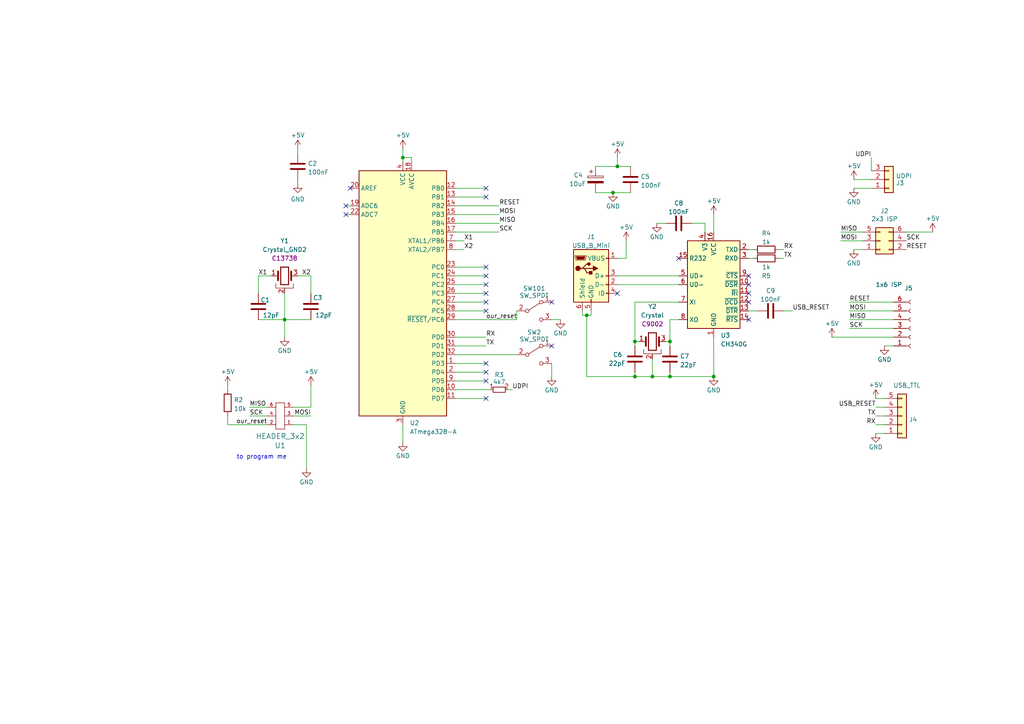
<source format=kicad_sch>
(kicad_sch (version 20230121) (generator eeschema)
  (paper "A4")
  (lib_symbols
    (symbol "Connector:Conn_01x06_Socket" (pin_names (offset 1.016) hide)
      (property "Reference" "J" (at 0 7.62 0))
      (property "Value" "Conn_01x06_Socket" (at 0 -10.16 0))
      (symbol "Conn_01x06_Socket_1_1"
        (arc (start 0 -7.112) (mid -0.5058 -7.62) (end 0 -8.128) (stroke (width 0.1524)))
        (arc (start 0 -4.572) (mid -0.5058 -5.08) (end 0 -5.588) (stroke (width 0.1524)))
        (arc (start 0 -2.032) (mid -0.5058 -2.54) (end 0 -3.048) (stroke (width 0.1524)))
        (polyline (pts (xy -1.27 -7.62) (xy -0.508 -7.62)) (stroke (width 0.1524)))
        (polyline (pts (xy -1.27 -5.08) (xy -0.508 -5.08)) (stroke (width 0.1524)))
        (polyline (pts (xy -1.27 -2.54) (xy -0.508 -2.54)) (stroke (width 0.1524)))
        (polyline (pts (xy -1.27 0) (xy -0.508 0)) (stroke (width 0.1524)))
        (polyline (pts (xy -1.27 2.54) (xy -0.508 2.54)) (stroke (width 0.1524)))
        (polyline (pts (xy -1.27 5.08) (xy -0.508 5.08)) (stroke (width 0.1524)))
        (arc (start 0 0.508) (mid -0.5058 0) (end 0 -0.508) (stroke (width 0.1524)))
        (arc (start 0 3.048) (mid -0.5058 2.54) (end 0 2.032) (stroke (width 0.1524)))
        (arc (start 0 5.588) (mid -0.5058 5.08) (end 0 4.572) (stroke (width 0.1524)))
        (pin passive line (at -5.08 5.08 0) (length 3.81) (name "Pin_1") (number "1"))
        (pin passive line (at -5.08 2.54 0) (length 3.81) (name "Pin_2") (number "2"))
        (pin passive line (at -5.08 0 0) (length 3.81) (name "Pin_3") (number "3"))
        (pin passive line (at -5.08 -2.54 0) (length 3.81) (name "Pin_4") (number "4"))
        (pin passive line (at -5.08 -5.08 0) (length 3.81) (name "Pin_5") (number "5"))
        (pin passive line (at -5.08 -7.62 0) (length 3.81) (name "Pin_6") (number "6"))
      )
    )
    (symbol "Connector:USB_B_Mini" (pin_names (offset 1.016))
      (property "Reference" "J" (at -5.08 11.43 0))
      (property "Value" "USB_B_Mini" (at -5.08 8.89 0))
      (symbol "USB_B_Mini_0_1"
        (rectangle (start -5.08 -7.62) (end 5.08 7.62) (stroke (width 0.254)) (fill (type background)))
        (circle (center -3.81 2.159) (radius 0.635) (stroke (width 0.254)) (fill (type outline)))
        (circle (center -0.635 3.429) (radius 0.381) (stroke (width 0.254)) (fill (type outline)))
        (rectangle (start -0.127 -7.62) (end 0.127 -6.858))
        (polyline (pts (xy -1.905 2.159) (xy 0.635 2.159)) (stroke (width 0.254)))
        (polyline (pts (xy -3.175 2.159) (xy -2.54 2.159) (xy -1.27 3.429) (xy -0.635 3.429)) (stroke (width 0.254)))
        (polyline (pts (xy -2.54 2.159) (xy -1.905 2.159) (xy -1.27 0.889) (xy 0 0.889)) (stroke (width 0.254)))
        (polyline (pts (xy 0.635 2.794) (xy 0.635 1.524) (xy 1.905 2.159) (xy 0.635 2.794)) (stroke (width 0.254)) (fill (type outline)))
        (polyline (pts (xy -4.318 5.588) (xy -1.778 5.588) (xy -2.032 4.826) (xy -4.064 4.826) (xy -4.318 5.588)) (fill (type outline)))
        (polyline (pts (xy -4.699 5.842) (xy -4.699 5.588) (xy -4.445 4.826) (xy -4.445 4.572) (xy -1.651 4.572) (xy -1.651 4.826) (xy -1.397 5.588) (xy -1.397 5.842) (xy -4.699 5.842)))
        (rectangle (start 0.254 1.27) (end -0.508 0.508) (stroke (width 0.254)) (fill (type outline)))
        (rectangle (start 5.08 -5.207) (end 4.318 -4.953))
        (rectangle (start 5.08 -2.667) (end 4.318 -2.413))
        (rectangle (start 5.08 -0.127) (end 4.318 0.127))
        (rectangle (start 5.08 4.953) (end 4.318 5.207))
      )
      (symbol "USB_B_Mini_1_1"
        (pin power_out line (at 7.62 5.08 180) (length 2.54) (name "VBUS") (number "1"))
        (pin bidirectional line (at 7.62 -2.54 180) (length 2.54) (name "D-") (number "2"))
        (pin bidirectional line (at 7.62 0 180) (length 2.54) (name "D+") (number "3"))
        (pin passive line (at 7.62 -5.08 180) (length 2.54) (name "ID") (number "4"))
        (pin power_out line (at 0 -10.16 90) (length 2.54) (name "GND") (number "5"))
        (pin passive line (at -2.54 -10.16 90) (length 2.54) (name "Shield") (number "6"))
      )
    )
    (symbol "Connector_Generic:Conn_01x03" (pin_names (offset 1.016) hide)
      (property "Reference" "J" (at 0 5.08 0))
      (property "Value" "Conn_01x03" (at 0 -5.08 0))
      (symbol "Conn_01x03_1_1"
        (rectangle (start -1.27 -2.413) (end 0 -2.667) (stroke (width 0.1524)))
        (rectangle (start -1.27 0.127) (end 0 -0.127) (stroke (width 0.1524)))
        (rectangle (start -1.27 2.667) (end 0 2.413) (stroke (width 0.1524)))
        (rectangle (start -1.27 3.81) (end 1.27 -3.81) (stroke (width 0.254)) (fill (type background)))
        (pin passive line (at -5.08 2.54 0) (length 3.81) (name "Pin_1") (number "1"))
        (pin passive line (at -5.08 0 0) (length 3.81) (name "Pin_2") (number "2"))
        (pin passive line (at -5.08 -2.54 0) (length 3.81) (name "Pin_3") (number "3"))
      )
    )
    (symbol "Connector_Generic:Conn_01x05" (pin_names (offset 1.016) hide)
      (property "Reference" "J" (at 0 7.62 0))
      (property "Value" "Conn_01x05" (at 0 -7.62 0))
      (symbol "Conn_01x05_1_1"
        (rectangle (start -1.27 -4.953) (end 0 -5.207) (stroke (width 0.1524)))
        (rectangle (start -1.27 -2.413) (end 0 -2.667) (stroke (width 0.1524)))
        (rectangle (start -1.27 0.127) (end 0 -0.127) (stroke (width 0.1524)))
        (rectangle (start -1.27 2.667) (end 0 2.413) (stroke (width 0.1524)))
        (rectangle (start -1.27 5.207) (end 0 4.953) (stroke (width 0.1524)))
        (rectangle (start -1.27 6.35) (end 1.27 -6.35) (stroke (width 0.254)) (fill (type background)))
        (pin passive line (at -5.08 5.08 0) (length 3.81) (name "Pin_1") (number "1"))
        (pin passive line (at -5.08 2.54 0) (length 3.81) (name "Pin_2") (number "2"))
        (pin passive line (at -5.08 0 0) (length 3.81) (name "Pin_3") (number "3"))
        (pin passive line (at -5.08 -2.54 0) (length 3.81) (name "Pin_4") (number "4"))
        (pin passive line (at -5.08 -5.08 0) (length 3.81) (name "Pin_5") (number "5"))
      )
    )
    (symbol "Connector_Generic:Conn_02x03_Odd_Even" (pin_names (offset 1.016) hide)
      (property "Reference" "J" (at 1.27 5.08 0))
      (property "Value" "Conn_02x03_Odd_Even" (at 1.27 -5.08 0))
      (symbol "Conn_02x03_Odd_Even_1_1"
        (rectangle (start -1.27 -2.413) (end 0 -2.667) (stroke (width 0.1524)))
        (rectangle (start -1.27 0.127) (end 0 -0.127) (stroke (width 0.1524)))
        (rectangle (start -1.27 2.667) (end 0 2.413) (stroke (width 0.1524)))
        (rectangle (start -1.27 3.81) (end 3.81 -3.81) (stroke (width 0.254)) (fill (type background)))
        (rectangle (start 3.81 -2.413) (end 2.54 -2.667) (stroke (width 0.1524)))
        (rectangle (start 3.81 0.127) (end 2.54 -0.127) (stroke (width 0.1524)))
        (rectangle (start 3.81 2.667) (end 2.54 2.413) (stroke (width 0.1524)))
        (pin passive line (at -5.08 2.54 0) (length 3.81) (name "Pin_1") (number "1"))
        (pin passive line (at 7.62 2.54 180) (length 3.81) (name "Pin_2") (number "2"))
        (pin passive line (at -5.08 0 0) (length 3.81) (name "Pin_3") (number "3"))
        (pin passive line (at 7.62 0 180) (length 3.81) (name "Pin_4") (number "4"))
        (pin passive line (at -5.08 -2.54 0) (length 3.81) (name "Pin_5") (number "5"))
        (pin passive line (at 7.62 -2.54 180) (length 3.81) (name "Pin_6") (number "6"))
      )
    )
    (symbol "Device:C" (pin_numbers hide) (pin_names (offset 0.254))
      (property "Reference" "C" (at 0.635 2.54 0))
      (property "Value" "C" (at 0.635 -2.54 0))
      (symbol "C_0_1"
        (polyline (pts (xy -2.032 -0.762) (xy 2.032 -0.762)) (stroke (width 0.508)))
        (polyline (pts (xy -2.032 0.762) (xy 2.032 0.762)) (stroke (width 0.508)))
      )
      (symbol "C_1_1"
        (pin passive line (at 0 3.81 270) (length 2.794) (name "~") (number "1"))
        (pin passive line (at 0 -3.81 90) (length 2.794) (name "~") (number "2"))
      )
    )
    (symbol "Device:C_Polarized" (pin_numbers hide) (pin_names (offset 0.254))
      (property "Reference" "C" (at 0.635 2.54 0))
      (property "Value" "C_Polarized" (at 0.635 -2.54 0))
      (symbol "C_Polarized_0_1"
        (rectangle (start -2.286 0.508) (end 2.286 1.016))
        (polyline (pts (xy -1.778 2.286) (xy -0.762 2.286)))
        (polyline (pts (xy -1.27 2.794) (xy -1.27 1.778)))
        (rectangle (start 2.286 -0.508) (end -2.286 -1.016) (fill (type outline)))
      )
      (symbol "C_Polarized_1_1"
        (pin passive line (at 0 3.81 270) (length 2.794) (name "~") (number "1"))
        (pin passive line (at 0 -3.81 90) (length 2.794) (name "~") (number "2"))
      )
    )
    (symbol "Device:R" (pin_numbers hide) (pin_names (offset 0))
      (property "Reference" "R" (at 2.032 0 90))
      (property "Value" "R" (at 0 0 90))
      (symbol "R_0_1"
        (rectangle (start -1.016 -2.54) (end 1.016 2.54) (stroke (width 0.254)))
      )
      (symbol "R_1_1"
        (pin passive line (at 0 3.81 270) (length 1.27) (name "~") (number "1"))
        (pin passive line (at 0 -3.81 90) (length 1.27) (name "~") (number "2"))
      )
    )
    (symbol "GND_1" (power) (pin_names (offset 0))
      (property "Value" "GND_1" (at 0 -3.81 0))
      (symbol "GND_1_0_1"
        (polyline (pts (xy 0 0) (xy 0 -1.27) (xy 1.27 -1.27) (xy 0 -2.54) (xy -1.27 -1.27) (xy 0 -1.27)))
      )
      (symbol "GND_1_1_1"
        (pin power_in line (at 0 0 270) (length 0) hide (name "GND") (number "1"))
      )
    )
    (symbol "GND_2" (power) (pin_names (offset 0))
      (property "Value" "GND_2" (at 0 -3.81 0))
      (symbol "GND_2_0_1"
        (polyline (pts (xy 0 0) (xy 0 -1.27) (xy 1.27 -1.27) (xy 0 -2.54) (xy -1.27 -1.27) (xy 0 -1.27)))
      )
      (symbol "GND_2_1_1"
        (pin power_in line (at 0 0 270) (length 0) hide (name "GND") (number "1"))
      )
    )
    (symbol "Interface_USB:CH340G"
      (property "Reference" "U" (at -5.08 13.97 0))
      (property "Value" "CH340G" (at 1.27 13.97 0))
      (symbol "CH340G_0_1"
        (rectangle (start -7.62 12.7) (end 7.62 -12.7) (stroke (width 0.254)) (fill (type background)))
      )
      (symbol "CH340G_1_1"
        (pin power_in line (at 0 -15.24 90) (length 2.54) (name "GND") (number "1"))
        (pin input line (at 10.16 0 180) (length 2.54) (name "~{DSR}") (number "10"))
        (pin input line (at 10.16 -2.54 180) (length 2.54) (name "~{RI}") (number "11"))
        (pin input line (at 10.16 -5.08 180) (length 2.54) (name "~{DCD}") (number "12"))
        (pin output line (at 10.16 -7.62 180) (length 2.54) (name "~{DTR}") (number "13"))
        (pin output line (at 10.16 -10.16 180) (length 2.54) (name "~{RTS}") (number "14"))
        (pin input line (at -10.16 7.62 0) (length 2.54) (name "R232") (number "15"))
        (pin power_in line (at 0 15.24 270) (length 2.54) (name "VCC") (number "16"))
        (pin output line (at 10.16 10.16 180) (length 2.54) (name "TXD") (number "2"))
        (pin input line (at 10.16 7.62 180) (length 2.54) (name "RXD") (number "3"))
        (pin passive line (at -2.54 15.24 270) (length 2.54) (name "V3") (number "4"))
        (pin bidirectional line (at -10.16 2.54 0) (length 2.54) (name "UD+") (number "5"))
        (pin bidirectional line (at -10.16 0 0) (length 2.54) (name "UD-") (number "6"))
        (pin input line (at -10.16 -5.08 0) (length 2.54) (name "XI") (number "7"))
        (pin output line (at -10.16 -10.16 0) (length 2.54) (name "XO") (number "8"))
        (pin input line (at 10.16 2.54 180) (length 2.54) (name "~{CTS}") (number "9"))
      )
    )
    (symbol "MCU_Microchip_ATmega:ATmega328-A"
      (property "Reference" "U" (at -12.7 36.83 0))
      (property "Value" "ATmega328-A" (at 2.54 -36.83 0))
      (symbol "ATmega328-A_0_1"
        (rectangle (start -12.7 -35.56) (end 12.7 35.56) (stroke (width 0.254)) (fill (type background)))
      )
      (symbol "ATmega328-A_1_1"
        (pin bidirectional line (at 15.24 -20.32 180) (length 2.54) (name "PD3") (number "1"))
        (pin bidirectional line (at 15.24 -27.94 180) (length 2.54) (name "PD6") (number "10"))
        (pin bidirectional line (at 15.24 -30.48 180) (length 2.54) (name "PD7") (number "11"))
        (pin bidirectional line (at 15.24 30.48 180) (length 2.54) (name "PB0") (number "12"))
        (pin bidirectional line (at 15.24 27.94 180) (length 2.54) (name "PB1") (number "13"))
        (pin bidirectional line (at 15.24 25.4 180) (length 2.54) (name "PB2") (number "14"))
        (pin bidirectional line (at 15.24 22.86 180) (length 2.54) (name "PB3") (number "15"))
        (pin bidirectional line (at 15.24 20.32 180) (length 2.54) (name "PB4") (number "16"))
        (pin bidirectional line (at 15.24 17.78 180) (length 2.54) (name "PB5") (number "17"))
        (pin power_in line (at 2.54 38.1 270) (length 2.54) (name "AVCC") (number "18"))
        (pin input line (at -15.24 25.4 0) (length 2.54) (name "ADC6") (number "19"))
        (pin bidirectional line (at 15.24 -22.86 180) (length 2.54) (name "PD4") (number "2"))
        (pin passive line (at -15.24 30.48 0) (length 2.54) (name "AREF") (number "20"))
        (pin passive line (at 0 -38.1 90) (length 2.54) hide (name "GND") (number "21"))
        (pin input line (at -15.24 22.86 0) (length 2.54) (name "ADC7") (number "22"))
        (pin bidirectional line (at 15.24 7.62 180) (length 2.54) (name "PC0") (number "23"))
        (pin bidirectional line (at 15.24 5.08 180) (length 2.54) (name "PC1") (number "24"))
        (pin bidirectional line (at 15.24 2.54 180) (length 2.54) (name "PC2") (number "25"))
        (pin bidirectional line (at 15.24 0 180) (length 2.54) (name "PC3") (number "26"))
        (pin bidirectional line (at 15.24 -2.54 180) (length 2.54) (name "PC4") (number "27"))
        (pin bidirectional line (at 15.24 -5.08 180) (length 2.54) (name "PC5") (number "28"))
        (pin bidirectional line (at 15.24 -7.62 180) (length 2.54) (name "~{RESET}/PC6") (number "29"))
        (pin power_in line (at 0 -38.1 90) (length 2.54) (name "GND") (number "3"))
        (pin bidirectional line (at 15.24 -12.7 180) (length 2.54) (name "PD0") (number "30"))
        (pin bidirectional line (at 15.24 -15.24 180) (length 2.54) (name "PD1") (number "31"))
        (pin bidirectional line (at 15.24 -17.78 180) (length 2.54) (name "PD2") (number "32"))
        (pin power_in line (at 0 38.1 270) (length 2.54) (name "VCC") (number "4"))
        (pin passive line (at 0 -38.1 90) (length 2.54) hide (name "GND") (number "5"))
        (pin passive line (at 0 38.1 270) (length 2.54) hide (name "VCC") (number "6"))
        (pin bidirectional line (at 15.24 15.24 180) (length 2.54) (name "XTAL1/PB6") (number "7"))
        (pin bidirectional line (at 15.24 12.7 180) (length 2.54) (name "XTAL2/PB7") (number "8"))
        (pin bidirectional line (at 15.24 -25.4 180) (length 2.54) (name "PD5") (number "9"))
      )
    )
    (symbol "Switch:SW_SPDT" (pin_names (offset 0) hide)
      (property "Reference" "SW" (at 0 4.318 0))
      (property "Value" "SW_SPDT" (at 0 -5.08 0))
      (symbol "SW_SPDT_0_0"
        (circle (center -2.032 0) (radius 0.508))
        (circle (center 2.032 -2.54) (radius 0.508))
      )
      (symbol "SW_SPDT_0_1"
        (polyline (pts (xy -1.524 0.254) (xy 1.651 2.286)))
        (circle (center 2.032 2.54) (radius 0.508))
      )
      (symbol "SW_SPDT_1_1"
        (pin passive line (at 5.08 2.54 180) (length 2.54) (name "A") (number "1"))
        (pin passive line (at -5.08 0 0) (length 2.54) (name "B") (number "2"))
        (pin passive line (at 5.08 -2.54 180) (length 2.54) (name "C") (number "3"))
      )
    )
    (symbol "custom_kicad_lib_sk:crystal_arduino" (pin_names (offset 1.016) hide)
      (property "Reference" "Y" (at 0 5.715 0))
      (property "Value" "Crystal_GND2" (at 0 3.81 0))
      (property "JLCPCB Part#" "C13738" (at 0 0 0))
      (symbol "crystal_arduino_0_1"
        (rectangle (start -1.143 2.54) (end 1.143 -2.54) (stroke (width 0.3048)))
        (polyline (pts (xy -2.54 0) (xy -1.905 0)))
        (polyline (pts (xy -1.905 -1.27) (xy -1.905 1.27)) (stroke (width 0.508)))
        (polyline (pts (xy 0 -3.81) (xy 0 -3.556)))
        (polyline (pts (xy 1.905 0) (xy 2.54 0)))
        (polyline (pts (xy 1.905 1.27) (xy 1.905 -1.27)) (stroke (width 0.508)))
        (polyline (pts (xy -2.54 -2.286) (xy -2.54 -3.556) (xy 2.54 -3.556) (xy 2.54 -2.286)))
      )
      (symbol "crystal_arduino_1_1"
        (pin passive line (at -3.81 0 0) (length 1.27) (name "1") (number "1"))
        (pin passive line (at 0 -5.08 90) (length 1.27) (name "GND") (number "2"))
        (pin passive line (at 3.81 0 180) (length 1.27) (name "3") (number "3"))
        (pin passive line (at 0 -5.08 90) (length 1.27) hide (name "GND") (number "4"))
      )
    )
    (symbol "power:+5V" (power) (pin_names (offset 0))
      (property "Value" "+5V" (at 0 3.556 0))
      (symbol "+5V_0_1"
        (polyline (pts (xy -0.762 1.27) (xy 0 2.54)))
        (polyline (pts (xy 0 0) (xy 0 2.54)))
        (polyline (pts (xy 0 2.54) (xy 0.762 1.27)))
      )
      (symbol "+5V_1_1"
        (pin power_in line (at 0 0 90) (length 0) hide (name "+5V") (number "1"))
      )
    )
    (symbol "power:GND" (power) (pin_names (offset 0))
      (property "Value" "GND" (at 0 -3.81 0))
      (symbol "GND_0_1"
        (polyline (pts (xy 0 0) (xy 0 -1.27) (xy 1.27 -1.27) (xy 0 -2.54) (xy -1.27 -1.27) (xy 0 -1.27)))
      )
      (symbol "GND_1_1"
        (pin power_in line (at 0 0 270) (length 0) hide (name "GND") (number "1"))
      )
    )
    (symbol "resistors_0805:R_4k7_0805"
      (property "Reference" "R" (at 1.27 2.54 0))
      (property "Value" "4k7" (at 2.54 -2.54 0))
      (symbol "R_4k7_0805_0_1"
        (rectangle (start -0.762 1.778) (end 0.762 -1.778) (stroke (width 0.2032)))
      )
      (symbol "R_4k7_0805_1_1"
        (pin passive line (at 0 2.54 270) (length 0.762) (name "~") (number "1"))
        (pin passive line (at 0 -2.54 90) (length 0.762) (name "~") (number "2"))
      )
    )
    (symbol "servoDriverSMD-rescue:HEADER_3x2-w_connectors" (pin_names (offset 0))
      (property "Reference" "J" (at 0 5.08 0))
      (property "Value" "HEADER_3x2-w_connectors" (at 0 -5.08 0))
      (symbol "HEADER_3x2-w_connectors_0_1"
        (rectangle (start 1.27 3.81) (end -1.27 -3.81))
      )
      (symbol "HEADER_3x2-w_connectors_1_1"
        (pin passive line (at -3.81 2.54 0) (length 2.54) (name "~") (number "1"))
        (pin passive line (at 3.81 2.54 180) (length 2.54) (name "~") (number "2"))
        (pin passive line (at -3.81 0 0) (length 2.54) (name "~") (number "3"))
        (pin passive line (at 3.81 0 180) (length 2.54) (name "~") (number "4"))
        (pin passive line (at -3.81 -2.54 0) (length 2.54) (name "~") (number "5"))
        (pin passive line (at 3.81 -2.54 180) (length 2.54) (name "~") (number "6"))
      )
    )
  )
  (junction (at 194.31 109.22))
  (junction (at 194.31 99.06))
  (junction (at 177.8 55.88))
  (junction (at 184.15 99.06))
  (junction (at 116.84 45.72))
  (junction (at 189.23 109.22))
  (junction (at 207.01 109.22))
  (junction (at 184.15 109.22))
  (junction (at 82.55 92.71))
  (junction (at 170.18 91.44))
  (junction (at 179.07 48.26))
  (no_connect (at 217.17 87.63))
  (no_connect (at 140.97 80.01))
  (no_connect (at 101.6 54.61))
  (no_connect (at 100.33 59.69))
  (no_connect (at 140.97 87.63))
  (no_connect (at 160.02 100.33))
  (no_connect (at 140.97 110.49))
  (no_connect (at 217.17 85.09))
  (no_connect (at 140.97 107.95))
  (no_connect (at 140.97 57.15))
  (no_connect (at 196.85 74.93))
  (no_connect (at 217.17 80.01))
  (no_connect (at 140.97 77.47))
  (no_connect (at 140.97 90.17))
  (no_connect (at 140.97 105.41))
  (no_connect (at 179.07 85.09))
  (no_connect (at 140.97 82.55))
  (no_connect (at 217.17 92.71))
  (no_connect (at 140.97 54.61))
  (no_connect (at 160.02 87.63))
  (no_connect (at 140.97 115.57))
  (no_connect (at 100.33 62.23))
  (no_connect (at 217.17 82.55))
  (no_connect (at 140.97 85.09))
  (wire (pts (xy 185.42 99.06) (xy 184.15 99.06)))
  (wire (pts (xy 259.08 95.25) (xy 246.38 95.25)))
  (wire (pts (xy 132.08 107.95) (xy 140.97 107.95)))
  (wire (pts (xy 86.36 43.18) (xy 86.36 44.45)))
  (wire (pts (xy 256.54 120.65) (xy 254 120.65)))
  (wire (pts (xy 132.08 90.17) (xy 140.97 90.17)))
  (wire (pts (xy 250.19 69.85) (xy 243.84 69.85)))
  (wire (pts (xy 132.08 115.57) (xy 140.97 115.57)))
  (wire (pts (xy 116.84 123.19) (xy 116.84 128.27)))
  (wire (pts (xy 72.39 118.11) (xy 77.47 118.11)))
  (wire (pts (xy 132.08 54.61) (xy 140.97 54.61)))
  (wire (pts (xy 119.38 45.72) (xy 116.84 45.72)))
  (wire (pts (xy 179.07 48.26) (xy 182.88 48.26)))
  (wire (pts (xy 132.08 97.79) (xy 140.97 97.79)))
  (wire (pts (xy 132.08 57.15) (xy 140.97 57.15)))
  (wire (pts (xy 90.17 80.01) (xy 90.17 85.09)))
  (wire (pts (xy 259.08 92.71) (xy 246.38 92.71)))
  (wire (pts (xy 194.31 100.33) (xy 194.31 99.06)))
  (wire (pts (xy 256.54 125.73) (xy 254 125.73)))
  (wire (pts (xy 179.07 82.55) (xy 196.85 82.55)))
  (wire (pts (xy 172.72 55.88) (xy 177.8 55.88)))
  (wire (pts (xy 227.33 90.17) (xy 229.87 90.17)))
  (wire (pts (xy 184.15 107.95) (xy 184.15 109.22)))
  (wire (pts (xy 194.31 107.95) (xy 194.31 109.22)))
  (wire (pts (xy 132.08 113.03) (xy 142.24 113.03)))
  (wire (pts (xy 256.54 115.57) (xy 254 115.57)))
  (wire (pts (xy 132.08 80.01) (xy 140.97 80.01)))
  (wire (pts (xy 132.08 102.87) (xy 149.86 102.87)))
  (wire (pts (xy 85.09 118.11) (xy 90.17 118.11)))
  (wire (pts (xy 132.08 105.41) (xy 140.97 105.41)))
  (wire (pts (xy 149.86 92.71) (xy 149.86 90.17)))
  (wire (pts (xy 196.85 87.63) (xy 184.15 87.63)))
  (wire (pts (xy 259.08 100.33) (xy 256.54 100.33)))
  (wire (pts (xy 256.54 123.19) (xy 254 123.19)))
  (wire (pts (xy 177.8 55.88) (xy 182.88 55.88)))
  (wire (pts (xy 270.51 67.31) (xy 262.89 67.31)))
  (wire (pts (xy 181.61 69.85) (xy 181.61 74.93)))
  (wire (pts (xy 252.73 45.72) (xy 252.73 49.53)))
  (wire (pts (xy 184.15 99.06) (xy 184.15 100.33)))
  (wire (pts (xy 207.01 62.23) (xy 207.01 67.31)))
  (wire (pts (xy 179.07 80.01) (xy 196.85 80.01)))
  (wire (pts (xy 119.38 46.99) (xy 119.38 45.72)))
  (wire (pts (xy 132.08 69.85) (xy 134.62 69.85)))
  (wire (pts (xy 217.17 90.17) (xy 219.71 90.17)))
  (wire (pts (xy 194.31 99.06) (xy 193.04 99.06)))
  (wire (pts (xy 168.91 91.44) (xy 170.18 91.44)))
  (wire (pts (xy 132.08 100.33) (xy 140.97 100.33)))
  (wire (pts (xy 170.18 109.22) (xy 184.15 109.22)))
  (wire (pts (xy 66.04 123.19) (xy 77.47 123.19)))
  (wire (pts (xy 132.08 62.23) (xy 144.78 62.23)))
  (wire (pts (xy 74.93 80.01) (xy 74.93 85.09)))
  (wire (pts (xy 189.23 109.22) (xy 194.31 109.22)))
  (wire (pts (xy 194.31 99.06) (xy 194.31 92.71)))
  (wire (pts (xy 181.61 74.93) (xy 179.07 74.93)))
  (wire (pts (xy 204.47 64.77) (xy 200.66 64.77)))
  (wire (pts (xy 86.36 52.07) (xy 86.36 53.34)))
  (wire (pts (xy 227.33 74.93) (xy 226.06 74.93)))
  (wire (pts (xy 82.55 92.71) (xy 90.17 92.71)))
  (wire (pts (xy 207.01 97.79) (xy 207.01 109.22)))
  (wire (pts (xy 132.08 87.63) (xy 140.97 87.63)))
  (wire (pts (xy 100.33 59.69) (xy 101.6 59.69)))
  (wire (pts (xy 184.15 109.22) (xy 189.23 109.22)))
  (wire (pts (xy 82.55 85.09) (xy 82.55 92.71)))
  (wire (pts (xy 88.9 123.19) (xy 85.09 123.19)))
  (wire (pts (xy 204.47 67.31) (xy 204.47 64.77)))
  (wire (pts (xy 116.84 45.72) (xy 116.84 46.99)))
  (wire (pts (xy 259.08 90.17) (xy 246.38 90.17)))
  (wire (pts (xy 74.93 92.71) (xy 82.55 92.71)))
  (wire (pts (xy 132.08 85.09) (xy 140.97 85.09)))
  (wire (pts (xy 160.02 92.71) (xy 162.56 92.71)))
  (wire (pts (xy 170.18 91.44) (xy 171.45 91.44)))
  (wire (pts (xy 259.08 97.79) (xy 241.3 97.79)))
  (wire (pts (xy 227.33 72.39) (xy 226.06 72.39)))
  (wire (pts (xy 194.31 92.71) (xy 196.85 92.71)))
  (wire (pts (xy 100.33 62.23) (xy 101.6 62.23)))
  (wire (pts (xy 189.23 104.14) (xy 189.23 109.22)))
  (wire (pts (xy 82.55 92.71) (xy 82.55 97.79)))
  (wire (pts (xy 170.18 91.44) (xy 170.18 109.22)))
  (wire (pts (xy 88.9 123.19) (xy 88.9 135.89)))
  (wire (pts (xy 132.08 67.31) (xy 144.78 67.31)))
  (wire (pts (xy 160.02 105.41) (xy 160.02 109.22)))
  (wire (pts (xy 147.32 113.03) (xy 148.59 113.03)))
  (wire (pts (xy 218.44 72.39) (xy 217.17 72.39)))
  (wire (pts (xy 78.74 80.01) (xy 74.93 80.01)))
  (wire (pts (xy 132.08 72.39) (xy 134.62 72.39)))
  (wire (pts (xy 256.54 118.11) (xy 254 118.11)))
  (wire (pts (xy 184.15 87.63) (xy 184.15 99.06)))
  (wire (pts (xy 132.08 77.47) (xy 140.97 77.47)))
  (wire (pts (xy 86.36 80.01) (xy 90.17 80.01)))
  (wire (pts (xy 250.19 72.39) (xy 247.65 72.39)))
  (wire (pts (xy 247.65 54.61) (xy 252.73 54.61)))
  (wire (pts (xy 218.44 74.93) (xy 217.17 74.93)))
  (wire (pts (xy 66.04 120.65) (xy 66.04 123.19)))
  (wire (pts (xy 77.47 120.65) (xy 72.39 120.65)))
  (wire (pts (xy 259.08 87.63) (xy 246.38 87.63)))
  (wire (pts (xy 171.45 90.17) (xy 171.45 91.44)))
  (wire (pts (xy 190.5 64.77) (xy 193.04 64.77)))
  (wire (pts (xy 250.19 67.31) (xy 243.84 67.31)))
  (wire (pts (xy 132.08 59.69) (xy 144.78 59.69)))
  (wire (pts (xy 116.84 43.18) (xy 116.84 45.72)))
  (wire (pts (xy 247.65 52.07) (xy 252.73 52.07)))
  (wire (pts (xy 179.07 45.72) (xy 179.07 48.26)))
  (wire (pts (xy 90.17 118.11) (xy 90.17 111.76)))
  (wire (pts (xy 172.72 48.26) (xy 179.07 48.26)))
  (wire (pts (xy 132.08 110.49) (xy 140.97 110.49)))
  (wire (pts (xy 132.08 82.55) (xy 140.97 82.55)))
  (wire (pts (xy 132.08 92.71) (xy 149.86 92.71)))
  (wire (pts (xy 132.08 64.77) (xy 144.78 64.77)))
  (wire (pts (xy 85.09 120.65) (xy 90.17 120.65)))
  (wire (pts (xy 66.04 111.76) (xy 66.04 113.03)))
  (wire (pts (xy 194.31 109.22) (xy 207.01 109.22)))
  (wire (pts (xy 168.91 90.17) (xy 168.91 91.44)))
  (text "to program me" (at 68.58 133.35 0) (effects (font (size 1.27 1.27)) (justify left bottom)))
  (label "X1" (at 134.62 69.85 0))
  (label "RESET" (at 144.78 59.69 0))
  (label "MOSI" (at 144.78 62.23 0))
  (label "UDPI" (at 148.59 113.03 0))
  (label "X2" (at 90.17 80.01 180))
  (label "USB_RESET" (at 254 118.11 180))
  (label "our_reset" (at 140.97 92.71 0))
  (label "RX" (at 254 123.19 180))
  (label "RX" (at 140.97 97.79 0))
  (label "RX" (at 227.33 72.39 0))
  (label "TX" (at 227.33 74.93 0))
  (label "MOSI" (at 246.38 90.17 0))
  (label "X2" (at 134.62 72.39 0))
  (label "MISO" (at 72.39 118.11 0))
  (label "RESET" (at 246.38 87.63 0))
  (label "SCK" (at 246.38 95.25 0))
  (label "SCK" (at 262.89 69.85 0))
  (label "USB_RESET" (at 229.87 90.17 0))
  (label "our_reset" (at 77.47 123.19 180))
  (label "SCK" (at 144.78 67.31 0))
  (label "MISO" (at 144.78 64.77 0))
  (label "TX" (at 254 120.65 180))
  (label "MOSI" (at 243.84 69.85 0))
  (label "TX" (at 140.97 100.33 0))
  (label "UDPI" (at 252.73 45.72 180))
  (label "SCK" (at 72.39 120.65 0))
  (label "X1" (at 74.93 80.01 0))
  (label "MISO" (at 246.38 92.71 0))
  (label "RESET" (at 262.89 72.39 0))
  (label "MISO" (at 243.84 67.31 0))
  (label "MOSI" (at 90.17 120.65 180))
  (symbol (lib_name "GND_1") (lib_id "power:GND") (at 88.9 135.89 0) (unit 1)
    (property "Reference" "#PWR0102" (effects hide))
    (property "Value" "GND" (at 88.9 139.835 0))
  )
  (symbol (lib_name "GND_2") (lib_id "power:GND") (at 254 125.73 0) (unit 1)
    (property "Reference" "#PWR0121" (effects hide))
    (property "Value" "GND" (at 254 129.675 0))
  )
  (symbol (lib_id "Connector:USB_B_Mini") (at 171.45 80.01 0) (unit 1)
    (property "Reference" "J1" (at 171.45 68.6902 0))
    (property "Value" "USB_B_Mini" (at 171.45 71.2271 0))
    (property "Footprint" "Connector_USB:USB_Mini-B_Lumberg_2486_01_Horizontal" (effects hide))
    (property "JLCPCB Part#" "C2681563" (effects hide))
  )
  (symbol (lib_id "power:+5V") (at 270.51 67.31 0) (mirror y) (unit 1)
    (property "Reference" "#PWR0119" (effects hide))
    (property "Value" "+5V" (at 270.51 63.365 0))
  )
  (symbol (lib_id "Interface_USB:CH340G") (at 207.01 82.55 0) (unit 1)
    (property "Reference" "U3" (at 209.0294 97.2804 0) (effects (justify left)))
    (property "Value" "CH340G" (at 209.0294 99.8173 0) (effects (justify left)))
    (property "Footprint" "Package_SO:SOIC-16_3.9x9.9mm_P1.27mm" (effects hide))
    (property "Datasheet" "http://www.datasheet5.com/pdf-local-2195953" (effects hide))
    (property "JLCPCB Part#" "C14267" (effects hide))
  )
  (symbol (lib_id "power:+5V") (at 90.17 111.76 0) (unit 1)
    (property "Reference" "#PWR0113" (effects hide))
    (property "Value" "+5V" (at 90.17 107.815 0))
  )
  (symbol (lib_id "servoDriverSMD-rescue:HEADER_3x2-w_connectors") (at 81.28 120.65 180) (unit 1)
    (property "Reference" "U1" (at 81.28 129.2098 0) (effects (font (size 1.524 1.524))))
    (property "Value" "HEADER_3x2" (at 81.28 126.5174 0) (effects (font (size 1.524 1.524))))
    (property "Footprint" "Connector_PinSocket_1.27mm:PinSocket_2x03_P1.27mm_Vertical" (effects hide))
  )
  (symbol (lib_id "Device:C") (at 90.17 88.9 180) (unit 1)
    (property "Reference" "C3" (at 90.805 86.36 0) (effects (justify right)))
    (property "Value" "12pF" (at 91.44 91.44 0) (effects (justify right)))
    (property "Footprint" "Capacitor_SMD:C_0805_2012Metric_Pad1.18x1.45mm_HandSolder" (effects hide))
    (property "JLCPCB Part#" "C1792" (effects hide))
  )
  (symbol (lib_id "MCU_Microchip_ATmega:ATmega328-A") (at 116.84 85.09 0) (unit 1)
    (property "Reference" "U2" (at 118.8594 122.6804 0) (effects (justify left)))
    (property "Value" "ATmega328-A" (at 118.8594 125.2173 0) (effects (justify left)))
    (property "Footprint" "Package_QFP:TQFP-32_7x7mm_P0.8mm" (effects hide))
    (property "Datasheet" "http://ww1.microchip.com/downloads/en/DeviceDoc/ATmega328_P%20AVR%20MCU%20with%20picoPower%20Technology%20Data%20Sheet%2040001984A.pdf" (effects hide))
    (property "JLCPCB Part#" "C14877" (effects hide))
  )
  (symbol (lib_name "GND_1") (lib_id "power:GND") (at 190.5 64.77 0) (unit 1)
    (property "Reference" "#PWR0108" (effects hide))
    (property "Value" "GND" (at 190.5 68.715 0))
  )
  (symbol (lib_id "Device:C") (at 223.52 90.17 90) (unit 1)
    (property "Reference" "C9" (at 223.52 84.3112 90))
    (property "Value" "100nF" (at 223.52 86.8481 90))
    (property "Footprint" "Capacitor_SMD:C_0603_1608Metric_Pad1.08x0.95mm_HandSolder" (effects hide))
    (property "JLCPCB Part#" "C14663" (effects hide))
  )
  (symbol (lib_id "power:+5V") (at 254 115.57 0) (unit 1)
    (property "Reference" "#PWR0120" (effects hide))
    (property "Value" "+5V" (at 254 111.625 0))
  )
  (symbol (lib_id "Connector_Generic:Conn_02x03_Odd_Even") (at 255.27 69.85 0) (mirror x) (unit 1)
    (property "Reference" "J2" (at 256.54 61.19 0))
    (property "Value" "2x3 ISP" (at 256.54 63.5 0))
    (property "Footprint" "Connector_PinSocket_2.54mm:PinSocket_2x03_P2.54mm_Vertical" (effects hide))
  )
  (symbol (lib_id "Device:C_Polarized") (at 172.72 52.07 0) (unit 1)
    (property "Reference" "C4" (at 166.37 50.8 0) (effects (justify left)))
    (property "Value" "10uF" (at 165.1 53.34 0) (effects (justify left)))
    (property "Footprint" "Resistor_SMD:R_0603_1608Metric" (effects hide))
    (property "JLCPCB Part#" "C96446" (effects hide))
  )
  (symbol (lib_name "GND_1") (lib_id "power:GND") (at 207.01 109.22 0) (unit 1)
    (property "Reference" "#PWR0107" (effects hide))
    (property "Value" "GND" (at 207.01 113.165 0))
  )
  (symbol (lib_name "GND_1") (lib_id "power:GND") (at 116.84 128.27 0) (unit 1)
    (property "Reference" "#PWR0103" (effects hide))
    (property "Value" "GND" (at 116.84 132.215 0))
  )
  (symbol (lib_id "power:+5V") (at 241.3 97.79 0) (mirror y) (unit 1)
    (property "Reference" "#PWR0124" (effects hide))
    (property "Value" "+5V" (at 241.3 93.845 0))
  )
  (symbol (lib_id "power:+5V") (at 86.36 43.18 0) (unit 1)
    (property "Reference" "#PWR0116" (effects hide))
    (property "Value" "+5V" (at 86.36 39.235 0))
  )
  (symbol (lib_id "Device:R") (at 66.04 116.84 0) (unit 1)
    (property "Reference" "R2" (at 67.818 116.0053 0) (effects (justify left)))
    (property "Value" "10k" (at 67.818 118.5422 0) (effects (justify left)))
    (property "Footprint" "Resistor_SMD:R_0402_1005Metric_Pad0.72x0.64mm_HandSolder" (effects hide))
    (property "JLCPCB Part#" "C25744" (effects hide))
  )
  (symbol (lib_name "GND_1") (lib_id "power:GND") (at 177.8 55.88 0) (unit 1)
    (property "Reference" "#PWR0109" (effects hide))
    (property "Value" "GND" (at 177.8 59.825 0))
  )
  (symbol (lib_id "power:+5V") (at 66.04 111.76 0) (unit 1)
    (property "Reference" "#PWR0114" (effects hide))
    (property "Value" "+5V" (at 66.04 107.815 0))
  )
  (symbol (lib_id "power:+5V") (at 207.01 62.23 0) (unit 1)
    (property "Reference" "#PWR0110" (effects hide))
    (property "Value" "+5V" (at 207.01 58.285 0))
  )
  (symbol (lib_id "Connector:Conn_01x06_Socket") (at 264.16 95.25 0) (mirror x) (unit 1)
    (property "Reference" "J5" (at 263.525 83.5928 0))
    (property "Value" "1x6 ISP" (at 257.81 82.55 0))
    (property "Footprint" "Connector_PinHeader_2.54mm:PinHeader_1x06_P2.54mm_Horizontal" (effects hide))
  )
  (symbol (lib_id "power:GND") (at 86.36 53.34 0) (unit 1)
    (property "Reference" "#PWR0101" (effects hide))
    (property "Value" "GND" (at 86.36 57.7834 0))
  )
  (symbol (lib_name "GND_1") (lib_id "power:GND") (at 160.02 109.22 0) (unit 1)
    (property "Reference" "#PWR0104" (effects hide))
    (property "Value" "GND" (at 160.02 113.165 0))
  )
  (symbol (lib_id "Switch:SW_SPDT") (at 154.94 90.17 0) (unit 1)
    (property "Reference" "SW101" (at 154.94 83.669 0))
    (property "Value" "SW_SPDT" (at 154.94 85.717 0))
    (property "Footprint" "Connector_PinHeader_2.54mm:PinHeader_1x03_P2.54mm_Vertical" (effects hide))
  )
  (symbol (lib_id "Device:C") (at 182.88 52.07 0) (unit 1)
    (property "Reference" "C5" (at 185.801 51.2353 0) (effects (justify left)))
    (property "Value" "100nF" (at 185.801 53.7722 0) (effects (justify left)))
    (property "Footprint" "Capacitor_SMD:C_0603_1608Metric_Pad1.08x0.95mm_HandSolder" (effects hide))
    (property "JLCPCB Part#" "C14663" (effects hide))
  )
  (symbol (lib_id "power:+5V") (at 116.84 43.18 0) (unit 1)
    (property "Reference" "#PWR0117" (effects hide))
    (property "Value" "+5V" (at 116.84 39.235 0))
  )
  (symbol (lib_name "GND_1") (lib_id "power:GND") (at 162.56 92.71 0) (unit 1)
    (property "Reference" "#PWR0106" (effects hide))
    (property "Value" "GND" (at 162.56 96.655 0))
  )
  (symbol (lib_name "GND_1") (lib_id "power:GND") (at 247.65 54.61 0) (mirror y) (unit 1)
    (property "Reference" "#PWR0125" (effects hide))
    (property "Value" "GND" (at 247.65 58.555 0))
  )
  (symbol (lib_id "Device:C") (at 86.36 48.26 180) (unit 1)
    (property "Reference" "C2" (at 89.281 47.4253 0) (effects (justify right)))
    (property "Value" "100nF" (at 89.281 49.9622 0) (effects (justify right)))
    (property "Footprint" "Capacitor_SMD:C_0603_1608Metric_Pad1.08x0.95mm_HandSolder" (effects hide))
    (property "JLCPCB Part#" "C14663" (effects hide))
  )
  (symbol (lib_id "Device:C") (at 74.93 88.9 180) (unit 1)
    (property "Reference" "C1" (at 75.565 86.995 0) (effects (justify right)))
    (property "Value" "12pF" (at 76.2 91.44 0) (effects (justify right)))
    (property "Footprint" "Capacitor_SMD:C_0805_2012Metric_Pad1.18x1.45mm_HandSolder" (effects hide))
  )
  (symbol (lib_name "GND_1") (lib_id "power:GND") (at 247.65 72.39 0) (mirror y) (unit 1)
    (property "Reference" "#PWR0118" (effects hide))
    (property "Value" "GND" (at 247.65 76.335 0))
  )
  (symbol (lib_id "Device:C") (at 184.15 104.14 0) (unit 1)
    (property "Reference" "C6" (at 177.8 102.87 0) (effects (justify left)))
    (property "Value" "22pF" (at 176.53 105.41 0) (effects (justify left)))
    (property "Footprint" "Capacitor_SMD:C_0603_1608Metric_Pad1.08x0.95mm_HandSolder" (effects hide))
    (property "JLCPCB Part#" "C1653" (effects hide))
  )
  (symbol (lib_id "Device:R") (at 222.25 74.93 270) (unit 1)
    (property "Reference" "R5" (at 222.25 80.01 90))
    (property "Value" "1k" (at 222.25 77.47 90))
    (property "Footprint" "Resistor_SMD:R_0603_1608Metric_Pad0.98x0.95mm_HandSolder" (effects hide))
    (property "JLCPCB Part#" "C21190" (effects hide))
  )
  (symbol (lib_id "Device:C") (at 196.85 64.77 90) (unit 1)
    (property "Reference" "C8" (at 196.85 58.9112 90))
    (property "Value" "100nF" (at 196.85 61.4481 90))
    (property "Footprint" "Capacitor_SMD:C_0603_1608Metric_Pad1.08x0.95mm_HandSolder" (effects hide))
    (property "JLCPCB Part#" "C14663" (effects hide))
  )
  (symbol (lib_id "Connector_Generic:Conn_01x05") (at 261.62 120.65 0) (mirror x) (unit 1)
    (property "Reference" "J4" (at 263.652 121.674 0) (effects (justify left)))
    (property "Value" "USB_TTL" (at 259.08 111.76 0) (effects (justify left)))
    (property "Footprint" "Connector_PinHeader_2.54mm:PinHeader_1x05_P2.54mm_Horizontal" (effects hide))
  )
  (symbol (lib_id "power:+5V") (at 179.07 45.72 0) (unit 1)
    (property "Reference" "#PWR0112" (effects hide))
    (property "Value" "+5V" (at 179.07 41.775 0))
  )
  (symbol (lib_id "power:+5V") (at 247.65 52.07 0) (unit 1)
    (property "Reference" "#PWR0122" (effects hide))
    (property "Value" "+5V" (at 247.65 48.125 0))
  )
  (symbol (lib_id "custom_kicad_lib_sk:crystal_arduino") (at 82.55 80.01 0) (unit 1)
    (property "Reference" "Y1" (at 82.55 69.85 0))
    (property "Value" "Crystal_GND2" (at 82.55 72.39 0))
    (property "Footprint" "custom_kicad_lib_sk:crystal_arduino" (effects hide))
    (property "JLCPCB Part#" "C13738" (at 82.55 74.93 0))
  )
  (symbol (lib_name "GND_1") (lib_id "power:GND") (at 256.54 100.33 0) (mirror y) (unit 1)
    (property "Reference" "#PWR0123" (effects hide))
    (property "Value" "GND" (at 256.54 104.275 0))
  )
  (symbol (lib_id "Switch:SW_SPDT") (at 154.94 102.87 0) (unit 1)
    (property "Reference" "SW2" (at 154.94 96.369 0))
    (property "Value" "SW_SPDT" (at 154.94 98.417 0))
    (property "Footprint" "Connector_PinHeader_2.54mm:PinHeader_1x03_P2.54mm_Vertical" (effects hide))
  )
  (symbol (lib_name "GND_1") (lib_id "power:GND") (at 82.55 97.79 0) (unit 1)
    (property "Reference" "#PWR0105" (effects hide))
    (property "Value" "GND" (at 82.55 101.735 0))
  )
  (symbol (lib_id "Connector_Generic:Conn_01x03") (at 257.81 52.07 0) (mirror x) (unit 1)
    (property "Reference" "J3" (at 259.842 53.094 0) (effects (justify left)))
    (property "Value" "UDPI" (at 259.842 51.046 0) (effects (justify left)))
    (property "Footprint" "Connector_PinHeader_2.54mm:PinHeader_1x03_P2.54mm_Horizontal" (effects hide))
  )
  (symbol (lib_id "custom_kicad_lib_sk:crystal_arduino") (at 189.23 99.06 0) (unit 1)
    (property "Reference" "Y2" (at 189.23 88.9 0))
    (property "Value" "Crystal" (at 189.23 91.44 0))
    (property "Footprint" "custom_kicad_lib_sk:crystal_arduino" (effects hide))
    (property "JLCPCB Part#" "C9002" (at 189.23 93.98 0))
  )
  (symbol (lib_id "Device:R") (at 222.25 72.39 90) (unit 1)
    (property "Reference" "R4" (at 222.25 67.6742 90))
    (property "Value" "1k" (at 222.25 70.2111 90))
    (property "Footprint" "Resistor_SMD:R_0603_1608Metric_Pad0.98x0.95mm_HandSolder" (effects hide))
    (property "JLCPCB Part#" "C21190" (effects hide))
  )
  (symbol (lib_id "power:+5V") (at 181.61 69.85 0) (unit 1)
    (property "Reference" "#PWR0111" (effects hide))
    (property "Value" "+5V" (at 181.61 65.905 0))
  )
  (symbol (lib_id "Device:C") (at 194.31 104.14 0) (unit 1)
    (property "Reference" "C7" (at 197.231 103.3053 0) (effects (justify left)))
    (property "Value" "22pF" (at 197.231 105.8422 0) (effects (justify left)))
    (property "Footprint" "Capacitor_SMD:C_0603_1608Metric_Pad1.08x0.95mm_HandSolder" (effects hide))
    (property "JLCPCB Part#" "C1653" (effects hide))
  )
  (symbol (lib_id "resistors_0805:R_4k7_0805") (at 144.78 113.03 90) (unit 1)
    (property "Reference" "R3" (at 144.78 108.7134 90))
    (property "Value" "4k7" (at 144.78 110.7614 90))
    (property "Footprint" "custom_kicad_lib_sk:R_0805_handsolder-smalltext" (effects hide))
    (property "JLCPCB Part#" "C17673" (effects hide))
  )
)
</source>
